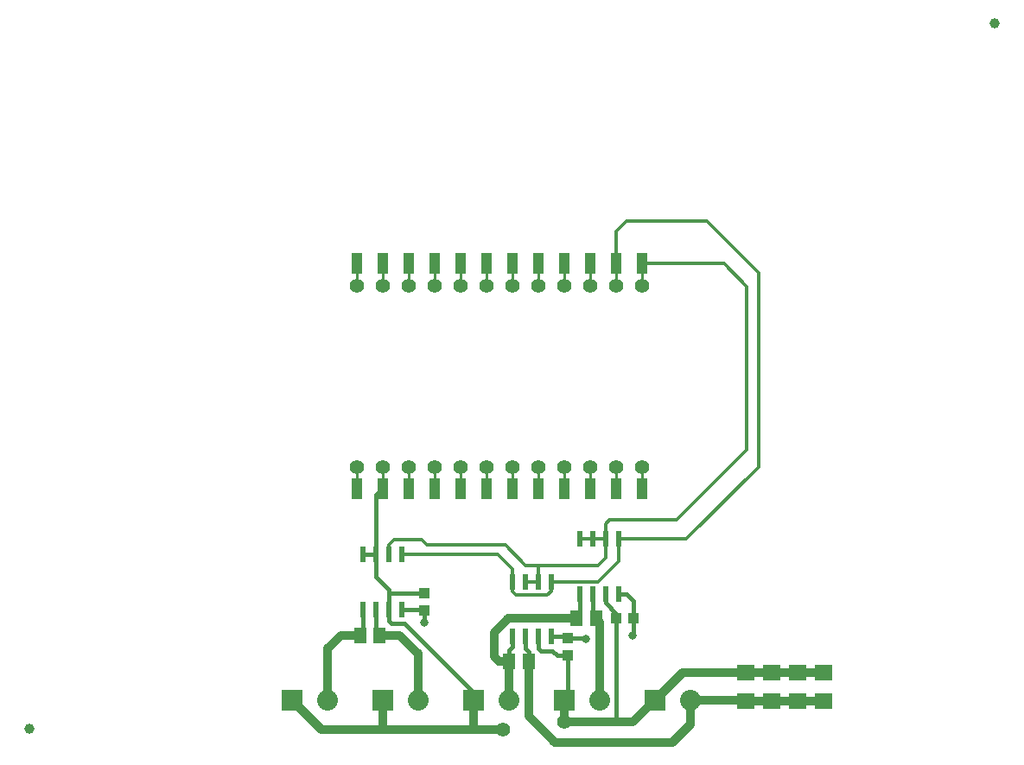
<source format=gbl>
G04 EAGLE Gerber RS-274X export*
G75*
%MOMM*%
%FSLAX34Y34*%
%LPD*%
%INBottom Copper*%
%IPPOS*%
%AMOC8*
5,1,8,0,0,1.08239X$1,22.5*%
G01*
%ADD10C,1.400000*%
%ADD11C,0.254000*%
%ADD12R,1.000000X2.000000*%
%ADD13C,1.000000*%
%ADD14R,0.550000X1.500000*%
%ADD15R,1.300000X1.500000*%
%ADD16R,2.032000X2.032000*%
%ADD17C,2.032000*%
%ADD18R,1.000000X1.100000*%
%ADD19R,1.100000X1.000000*%
%ADD20R,1.803000X1.600000*%
%ADD21C,0.304800*%
%ADD22C,0.406400*%
%ADD23C,0.800000*%
%ADD24C,0.812800*%


D10*
X381000Y292100D03*
D11*
X381000Y270700D01*
D10*
X406400Y292100D03*
D11*
X406400Y270700D01*
D10*
X431800Y292100D03*
D11*
X431800Y270700D01*
D10*
X457200Y292100D03*
D11*
X457200Y270700D01*
D10*
X482600Y292100D03*
D11*
X482600Y270700D01*
D10*
X508000Y292100D03*
D11*
X508000Y270700D01*
D10*
X533400Y292100D03*
D11*
X533400Y270700D01*
D10*
X558800Y292100D03*
D11*
X558800Y270700D01*
D10*
X584200Y292100D03*
D11*
X584200Y270700D01*
D10*
X609600Y292100D03*
D11*
X609600Y270700D01*
D10*
X635000Y292100D03*
D11*
X635000Y270700D01*
D10*
X381000Y469900D03*
D11*
X381000Y491300D01*
D10*
X406400Y469900D03*
D11*
X406400Y491300D01*
D10*
X431800Y469900D03*
D11*
X431800Y491300D01*
D10*
X457200Y469900D03*
D11*
X457200Y491300D01*
D10*
X482600Y469900D03*
D11*
X482600Y491300D01*
D10*
X508000Y469900D03*
D11*
X508000Y491300D01*
D10*
X533400Y469900D03*
D11*
X533400Y491300D01*
D10*
X558800Y469900D03*
D11*
X558800Y491300D01*
D10*
X584200Y469900D03*
D11*
X584200Y491300D01*
D10*
X609600Y469900D03*
D11*
X609600Y491300D01*
D10*
X635000Y469900D03*
D11*
X635000Y491300D01*
D10*
X355600Y292100D03*
D11*
X355600Y266700D01*
D10*
X355600Y469900D03*
D11*
X355600Y491300D01*
D12*
X355600Y270700D03*
X381000Y270700D03*
D11*
X381000Y292100D01*
D12*
X406400Y270700D03*
D11*
X406400Y292100D01*
D12*
X431800Y270700D03*
D11*
X431800Y292100D01*
D12*
X457200Y270700D03*
D11*
X457200Y292100D01*
D12*
X482600Y270700D03*
D11*
X482600Y292100D01*
D12*
X508000Y270700D03*
D11*
X508000Y292100D01*
D12*
X533400Y270700D03*
D11*
X533400Y292100D01*
D12*
X558800Y270700D03*
D11*
X558800Y292100D01*
D12*
X584200Y270700D03*
D11*
X584200Y292100D01*
D12*
X609600Y270700D03*
D11*
X609600Y292100D01*
D12*
X635000Y270700D03*
D11*
X635000Y292100D01*
D12*
X355600Y491300D03*
D11*
X355600Y469900D01*
D12*
X381000Y491300D03*
D11*
X381000Y469900D01*
D12*
X406400Y491300D03*
D11*
X406400Y469900D01*
D12*
X431800Y491300D03*
D11*
X431800Y469900D01*
D12*
X457200Y491300D03*
D11*
X457200Y469900D01*
D12*
X482600Y491300D03*
D11*
X482600Y469900D01*
D12*
X508000Y491300D03*
D11*
X508000Y469900D01*
D12*
X533400Y491300D03*
D11*
X533400Y469900D01*
D12*
X558800Y491300D03*
D11*
X558800Y469900D01*
D12*
X584200Y491300D03*
D11*
X584200Y469900D01*
D12*
X609600Y491300D03*
D11*
X609600Y469900D01*
D12*
X635000Y491300D03*
D11*
X635000Y469900D01*
X355600Y292100D02*
X355600Y266700D01*
X381000Y270700D02*
X381000Y292100D01*
X406400Y292100D02*
X406400Y270700D01*
X431800Y270700D02*
X431800Y292100D01*
X457200Y292100D02*
X457200Y270700D01*
X482600Y270700D02*
X482600Y292100D01*
X508000Y292100D02*
X508000Y270700D01*
X533400Y270700D02*
X533400Y292100D01*
X558800Y292100D02*
X558800Y270700D01*
X584200Y270700D02*
X584200Y292100D01*
X609600Y292100D02*
X609600Y270700D01*
X635000Y270700D02*
X635000Y292100D01*
X355600Y469900D02*
X355600Y491300D01*
X381000Y491300D02*
X381000Y469900D01*
X406400Y469900D02*
X406400Y491300D01*
X431800Y491300D02*
X431800Y469900D01*
X457200Y469900D02*
X457200Y491300D01*
X482600Y491300D02*
X482600Y469900D01*
X508000Y469900D02*
X508000Y491300D01*
X533400Y491300D02*
X533400Y469900D01*
X558800Y469900D02*
X558800Y491300D01*
X584200Y491300D02*
X584200Y469900D01*
X609600Y469900D02*
X609600Y491300D01*
X635000Y491300D02*
X635000Y469900D01*
D13*
X35000Y35000D03*
X981000Y727000D03*
D14*
X374650Y152070D03*
X387350Y152070D03*
X400050Y152070D03*
X361950Y152070D03*
X361950Y206070D03*
X374650Y206070D03*
X387350Y206070D03*
X400050Y206070D03*
D15*
X377800Y127000D03*
X358800Y127000D03*
D16*
X292100Y63500D03*
D17*
X327100Y63500D03*
D16*
X381000Y63500D03*
D17*
X416000Y63500D03*
D16*
X469900Y63500D03*
D17*
X504900Y63500D03*
D16*
X558800Y63500D03*
D17*
X593800Y63500D03*
D16*
X647700Y63500D03*
D17*
X682700Y63500D03*
D14*
X586740Y167310D03*
X599440Y167310D03*
X612140Y167310D03*
X574040Y167310D03*
X574040Y221310D03*
X586740Y221310D03*
X599440Y221310D03*
X612140Y221310D03*
D15*
X589890Y143510D03*
X570890Y143510D03*
D14*
X520700Y125400D03*
X533400Y125400D03*
X546100Y125400D03*
X508000Y125400D03*
X508000Y179400D03*
X520700Y179400D03*
X533400Y179400D03*
X546100Y179400D03*
D15*
X523850Y101600D03*
X504850Y101600D03*
D18*
X421640Y151520D03*
X421640Y168520D03*
X562610Y124070D03*
X562610Y107070D03*
D19*
X626990Y143510D03*
X609990Y143510D03*
D20*
X736600Y61980D03*
X736600Y90420D03*
X762000Y61980D03*
X762000Y90420D03*
X787400Y61980D03*
X787400Y90420D03*
X812800Y61980D03*
X812800Y90420D03*
D21*
X612140Y199390D02*
X612140Y221310D01*
X592150Y179400D02*
X546100Y179400D01*
X592150Y179400D02*
X612140Y199390D01*
X546100Y179400D02*
X546100Y170180D01*
X542290Y166370D01*
X511810Y166370D01*
X508000Y170180D01*
X508000Y179400D01*
X493700Y206070D02*
X400050Y206070D01*
X493700Y206070D02*
X508000Y191770D01*
X508000Y179400D01*
X612140Y221310D02*
X678510Y221310D01*
X749300Y292100D01*
X749300Y482600D01*
X698500Y533400D01*
X619760Y533400D01*
X609600Y523240D01*
X609600Y491300D01*
X599440Y203200D02*
X591820Y195580D01*
X599440Y203200D02*
X599440Y221310D01*
X533400Y179400D02*
X520700Y179400D01*
X520983Y195580D02*
X501095Y215468D01*
X424612Y215468D01*
X392430Y220980D02*
X387350Y215900D01*
X387350Y206070D01*
X533400Y195580D02*
X591820Y195580D01*
X533400Y195580D02*
X520983Y195580D01*
X424612Y215468D02*
X419100Y220980D01*
X392430Y220980D01*
X533400Y195580D02*
X533400Y179400D01*
X586740Y221310D02*
X599440Y221310D01*
X586740Y221310D02*
X574040Y221310D01*
X635000Y491300D02*
X715200Y491300D01*
X737870Y468630D01*
X737870Y308610D01*
X669290Y240030D01*
X603250Y240030D01*
X599440Y236220D01*
X599440Y221310D01*
D22*
X421090Y152070D02*
X400050Y152070D01*
X421090Y152070D02*
X421640Y151520D01*
X561280Y125400D02*
X562610Y124070D01*
X561280Y125400D02*
X546100Y125400D01*
X626990Y143510D02*
X626990Y160410D01*
X620090Y167310D02*
X612140Y167310D01*
X620090Y167310D02*
X626990Y160410D01*
X578856Y124070D02*
X562610Y124070D01*
X578856Y124070D02*
X579736Y123190D01*
D23*
X579736Y123190D03*
X626110Y127000D03*
D22*
X626990Y127880D01*
X626990Y143510D01*
D23*
X421640Y139700D03*
D22*
X421640Y151520D01*
X374650Y206070D02*
X361950Y206070D01*
X374650Y264350D02*
X381000Y270700D01*
X374650Y264350D02*
X374650Y206070D01*
X387350Y168910D02*
X387350Y152070D01*
X387350Y168910D02*
X387350Y171450D01*
X374650Y184150D02*
X374650Y206070D01*
X374650Y184150D02*
X387350Y171450D01*
X387740Y168520D02*
X421640Y168520D01*
X387740Y168520D02*
X387350Y168910D01*
X552060Y107070D02*
X562610Y107070D01*
X535940Y111760D02*
X533400Y114300D01*
X533400Y125400D01*
X547370Y111760D02*
X552060Y107070D01*
X547370Y111760D02*
X535940Y111760D01*
X599440Y158750D02*
X599440Y167310D01*
X609990Y148200D02*
X609990Y143510D01*
X609990Y148200D02*
X599440Y158750D01*
X562610Y67310D02*
X558800Y63500D01*
X562610Y67310D02*
X562610Y107070D01*
D24*
X626110Y41910D02*
X647700Y63500D01*
X558800Y63500D02*
X558800Y41910D01*
D10*
X558800Y41910D03*
D24*
X610870Y41910D02*
X626110Y41910D01*
X610870Y41910D02*
X558800Y41910D01*
D10*
X499110Y34290D03*
D24*
X471170Y34290D01*
X379730Y34290D01*
X321310Y34290D01*
X292100Y63500D01*
X381000Y63500D02*
X381000Y35560D01*
X379730Y34290D01*
X469900Y35560D02*
X469900Y63500D01*
X469900Y35560D02*
X471170Y34290D01*
D22*
X387350Y140970D02*
X387350Y152070D01*
X387350Y140970D02*
X389890Y138430D01*
X402590Y138430D01*
X469900Y71120D02*
X469900Y63500D01*
X469900Y71120D02*
X402590Y138430D01*
D24*
X647700Y63500D02*
X674620Y90420D01*
X736600Y90420D01*
X762000Y90420D01*
X787400Y90420D01*
X812800Y90420D01*
D22*
X609990Y42790D02*
X609990Y143510D01*
X609990Y42790D02*
X610870Y41910D01*
D24*
X327100Y63500D02*
X327100Y113740D01*
X340360Y127000D01*
X358800Y127000D01*
D22*
X361950Y130150D02*
X361950Y152070D01*
X361950Y130150D02*
X358800Y127000D01*
D24*
X377800Y127000D02*
X397510Y127000D01*
X416000Y108510D02*
X416000Y63500D01*
X416000Y108510D02*
X397510Y127000D01*
D22*
X374650Y130150D02*
X374650Y152070D01*
X374650Y130150D02*
X377800Y127000D01*
D24*
X593800Y139600D02*
X593800Y63500D01*
X593800Y139600D02*
X589890Y143510D01*
D22*
X586740Y146660D01*
X586740Y167310D01*
D24*
X504850Y63550D02*
X504900Y63500D01*
X504850Y63550D02*
X504850Y101600D01*
X494690Y101600D01*
X490220Y106070D01*
X490220Y129540D02*
X504190Y143510D01*
X570890Y143510D01*
X490220Y129540D02*
X490220Y106070D01*
D22*
X570890Y143510D02*
X574040Y146660D01*
X574040Y167310D01*
X508000Y125400D02*
X508000Y115240D01*
X504850Y112090D01*
X504850Y101600D01*
D24*
X523850Y47650D02*
X549910Y21590D01*
X523850Y47650D02*
X523850Y101600D01*
X549910Y21590D02*
X664920Y21590D01*
X682700Y39370D02*
X682700Y63500D01*
X682700Y39370D02*
X664920Y21590D01*
D22*
X523850Y110820D02*
X520700Y113970D01*
X520700Y125400D01*
X523850Y110820D02*
X523850Y101600D01*
D24*
X787400Y61980D02*
X812800Y61980D01*
X787400Y61980D02*
X762000Y61980D01*
X736600Y61980D01*
X735080Y63500D01*
X682700Y63500D01*
M02*

</source>
